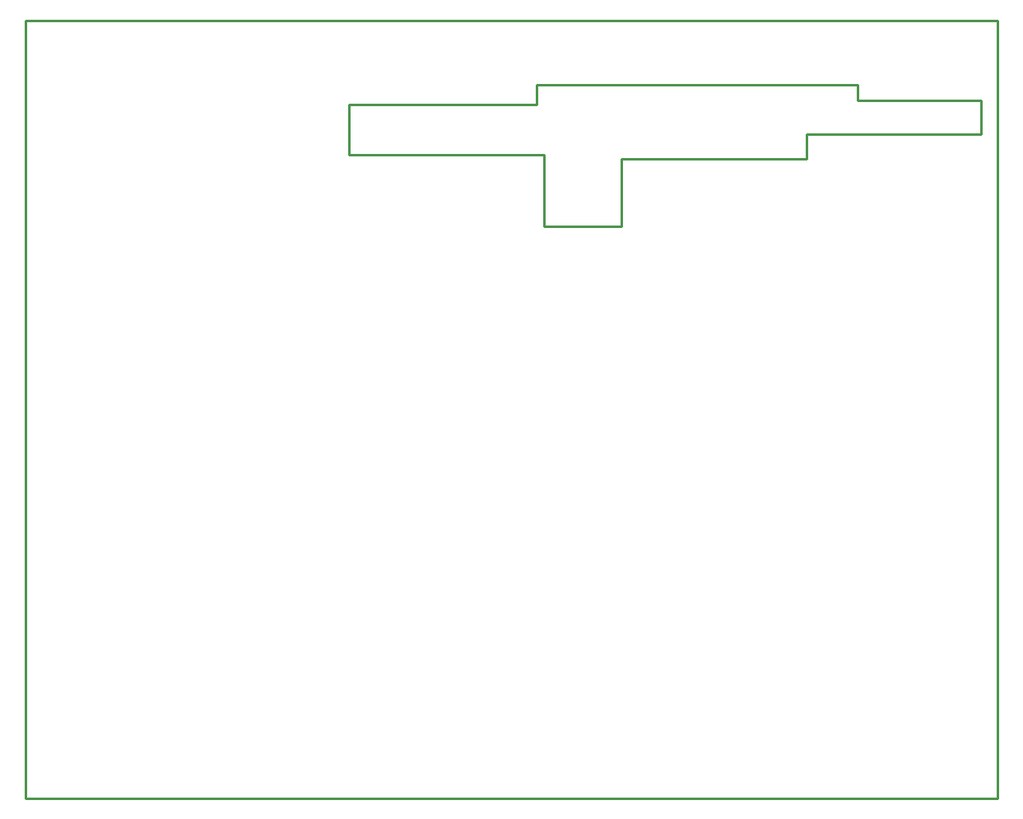
<source format=gko>
G04*
G04 #@! TF.GenerationSoftware,Altium Limited,Altium Designer,22.3.1 (43)*
G04*
G04 Layer_Color=16711935*
%FSLAX25Y25*%
%MOIN*%
G70*
G04*
G04 #@! TF.SameCoordinates,B6214844-F8FF-4874-8B12-997BA8331473*
G04*
G04*
G04 #@! TF.FilePolarity,Positive*
G04*
G01*
G75*
%ADD10C,0.01000*%
D10*
X150500Y465460D02*
X544200D01*
Y150500D02*
Y465460D01*
X150500Y150500D02*
X544200D01*
X150500D02*
Y465460D01*
X487500Y433000D02*
Y439500D01*
X357500D02*
X487500D01*
X357500Y431500D02*
Y439500D01*
X281590Y431500D02*
X357500D01*
X281590Y411000D02*
Y431500D01*
Y411000D02*
X360330D01*
Y382010D02*
Y411000D01*
Y382010D02*
X391830D01*
Y409570D01*
X466630D01*
Y419500D01*
X537500D01*
Y433000D01*
X487500D02*
X537500D01*
M02*

</source>
